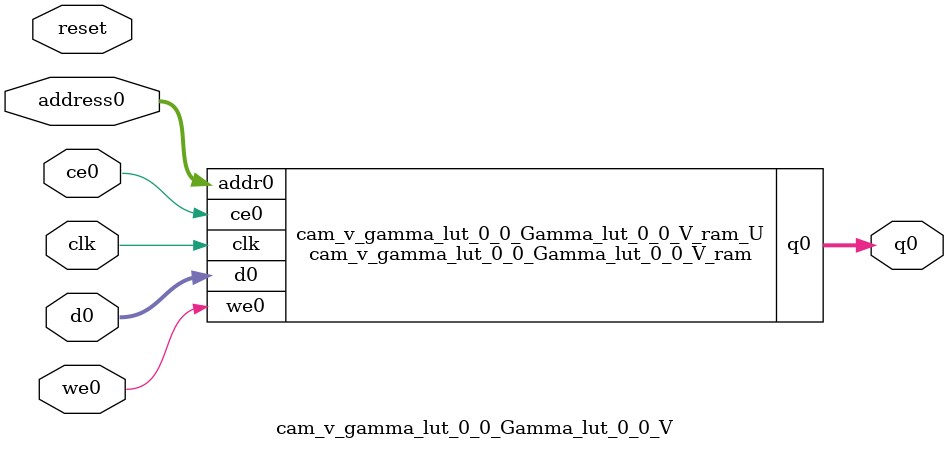
<source format=v>
`timescale 1 ns / 1 ps
module cam_v_gamma_lut_0_0_Gamma_lut_0_0_V_ram (addr0, ce0, d0, we0, q0,  clk);

parameter DWIDTH = 10;
parameter AWIDTH = 10;
parameter MEM_SIZE = 1024;

input[AWIDTH-1:0] addr0;
input ce0;
input[DWIDTH-1:0] d0;
input we0;
output reg[DWIDTH-1:0] q0;
input clk;

(* ram_style = "block" *)reg [DWIDTH-1:0] ram[0:MEM_SIZE-1];




always @(posedge clk)  
begin 
    if (ce0) begin
        if (we0) 
            ram[addr0] <= d0; 
        q0 <= ram[addr0];
    end
end


endmodule

`timescale 1 ns / 1 ps
module cam_v_gamma_lut_0_0_Gamma_lut_0_0_V(
    reset,
    clk,
    address0,
    ce0,
    we0,
    d0,
    q0);

parameter DataWidth = 32'd10;
parameter AddressRange = 32'd1024;
parameter AddressWidth = 32'd10;
input reset;
input clk;
input[AddressWidth - 1:0] address0;
input ce0;
input we0;
input[DataWidth - 1:0] d0;
output[DataWidth - 1:0] q0;



cam_v_gamma_lut_0_0_Gamma_lut_0_0_V_ram cam_v_gamma_lut_0_0_Gamma_lut_0_0_V_ram_U(
    .clk( clk ),
    .addr0( address0 ),
    .ce0( ce0 ),
    .we0( we0 ),
    .d0( d0 ),
    .q0( q0 ));

endmodule


</source>
